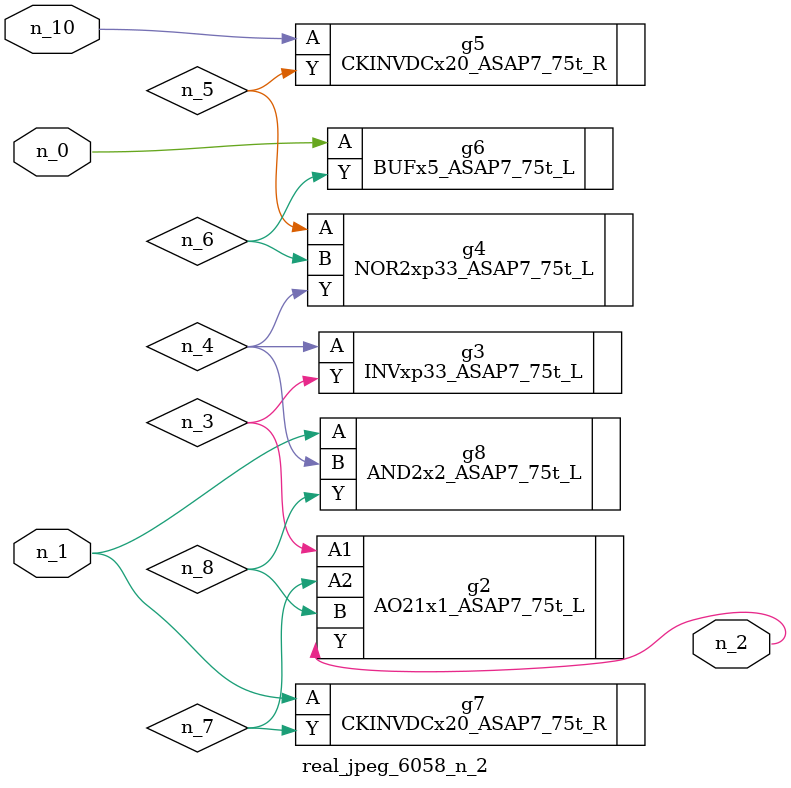
<source format=v>
module real_jpeg_6058_n_2 (n_1, n_10, n_0, n_2);

input n_1;
input n_10;
input n_0;

output n_2;

wire n_5;
wire n_4;
wire n_8;
wire n_6;
wire n_7;
wire n_3;

BUFx5_ASAP7_75t_L g6 ( 
.A(n_0),
.Y(n_6)
);

CKINVDCx20_ASAP7_75t_R g7 ( 
.A(n_1),
.Y(n_7)
);

AND2x2_ASAP7_75t_L g8 ( 
.A(n_1),
.B(n_4),
.Y(n_8)
);

AO21x1_ASAP7_75t_L g2 ( 
.A1(n_3),
.A2(n_7),
.B(n_8),
.Y(n_2)
);

INVxp33_ASAP7_75t_L g3 ( 
.A(n_4),
.Y(n_3)
);

NOR2xp33_ASAP7_75t_L g4 ( 
.A(n_5),
.B(n_6),
.Y(n_4)
);

CKINVDCx20_ASAP7_75t_R g5 ( 
.A(n_10),
.Y(n_5)
);


endmodule
</source>
